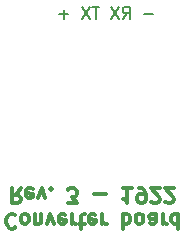
<source format=gbo>
G04 #@! TF.GenerationSoftware,KiCad,Pcbnew,(5.1.0)-1*
G04 #@! TF.CreationDate,2019-05-30T16:28:13+02:00*
G04 #@! TF.ProjectId,converterboard,636f6e76-6572-4746-9572-626f6172642e,rev?*
G04 #@! TF.SameCoordinates,Original*
G04 #@! TF.FileFunction,Legend,Bot*
G04 #@! TF.FilePolarity,Positive*
%FSLAX46Y46*%
G04 Gerber Fmt 4.6, Leading zero omitted, Abs format (unit mm)*
G04 Created by KiCad (PCBNEW (5.1.0)-1) date 2019-05-30 16:28:13*
%MOMM*%
%LPD*%
G04 APERTURE LIST*
%ADD10C,0.300000*%
%ADD11C,0.200000*%
G04 APERTURE END LIST*
D10*
X165052380Y-119841071D02*
X164992857Y-119781547D01*
X164814285Y-119722023D01*
X164695238Y-119722023D01*
X164516666Y-119781547D01*
X164397619Y-119900595D01*
X164338095Y-120019642D01*
X164278571Y-120257738D01*
X164278571Y-120436309D01*
X164338095Y-120674404D01*
X164397619Y-120793452D01*
X164516666Y-120912500D01*
X164695238Y-120972023D01*
X164814285Y-120972023D01*
X164992857Y-120912500D01*
X165052380Y-120852976D01*
X165766666Y-119722023D02*
X165647619Y-119781547D01*
X165588095Y-119841071D01*
X165528571Y-119960119D01*
X165528571Y-120317261D01*
X165588095Y-120436309D01*
X165647619Y-120495833D01*
X165766666Y-120555357D01*
X165945238Y-120555357D01*
X166064285Y-120495833D01*
X166123809Y-120436309D01*
X166183333Y-120317261D01*
X166183333Y-119960119D01*
X166123809Y-119841071D01*
X166064285Y-119781547D01*
X165945238Y-119722023D01*
X165766666Y-119722023D01*
X166719047Y-120555357D02*
X166719047Y-119722023D01*
X166719047Y-120436309D02*
X166778571Y-120495833D01*
X166897619Y-120555357D01*
X167076190Y-120555357D01*
X167195238Y-120495833D01*
X167254761Y-120376785D01*
X167254761Y-119722023D01*
X167730952Y-120555357D02*
X168028571Y-119722023D01*
X168326190Y-120555357D01*
X169278571Y-119781547D02*
X169159523Y-119722023D01*
X168921428Y-119722023D01*
X168802380Y-119781547D01*
X168742857Y-119900595D01*
X168742857Y-120376785D01*
X168802380Y-120495833D01*
X168921428Y-120555357D01*
X169159523Y-120555357D01*
X169278571Y-120495833D01*
X169338095Y-120376785D01*
X169338095Y-120257738D01*
X168742857Y-120138690D01*
X169873809Y-119722023D02*
X169873809Y-120555357D01*
X169873809Y-120317261D02*
X169933333Y-120436309D01*
X169992857Y-120495833D01*
X170111904Y-120555357D01*
X170230952Y-120555357D01*
X170469047Y-120555357D02*
X170945238Y-120555357D01*
X170647619Y-120972023D02*
X170647619Y-119900595D01*
X170707142Y-119781547D01*
X170826190Y-119722023D01*
X170945238Y-119722023D01*
X171838095Y-119781547D02*
X171719047Y-119722023D01*
X171480952Y-119722023D01*
X171361904Y-119781547D01*
X171302380Y-119900595D01*
X171302380Y-120376785D01*
X171361904Y-120495833D01*
X171480952Y-120555357D01*
X171719047Y-120555357D01*
X171838095Y-120495833D01*
X171897619Y-120376785D01*
X171897619Y-120257738D01*
X171302380Y-120138690D01*
X172433333Y-119722023D02*
X172433333Y-120555357D01*
X172433333Y-120317261D02*
X172492857Y-120436309D01*
X172552380Y-120495833D01*
X172671428Y-120555357D01*
X172790476Y-120555357D01*
X174159523Y-119722023D02*
X174159523Y-120972023D01*
X174159523Y-120495833D02*
X174278571Y-120555357D01*
X174516666Y-120555357D01*
X174635714Y-120495833D01*
X174695238Y-120436309D01*
X174754761Y-120317261D01*
X174754761Y-119960119D01*
X174695238Y-119841071D01*
X174635714Y-119781547D01*
X174516666Y-119722023D01*
X174278571Y-119722023D01*
X174159523Y-119781547D01*
X175469047Y-119722023D02*
X175350000Y-119781547D01*
X175290476Y-119841071D01*
X175230952Y-119960119D01*
X175230952Y-120317261D01*
X175290476Y-120436309D01*
X175350000Y-120495833D01*
X175469047Y-120555357D01*
X175647619Y-120555357D01*
X175766666Y-120495833D01*
X175826190Y-120436309D01*
X175885714Y-120317261D01*
X175885714Y-119960119D01*
X175826190Y-119841071D01*
X175766666Y-119781547D01*
X175647619Y-119722023D01*
X175469047Y-119722023D01*
X176957142Y-119722023D02*
X176957142Y-120376785D01*
X176897619Y-120495833D01*
X176778571Y-120555357D01*
X176540476Y-120555357D01*
X176421428Y-120495833D01*
X176957142Y-119781547D02*
X176838095Y-119722023D01*
X176540476Y-119722023D01*
X176421428Y-119781547D01*
X176361904Y-119900595D01*
X176361904Y-120019642D01*
X176421428Y-120138690D01*
X176540476Y-120198214D01*
X176838095Y-120198214D01*
X176957142Y-120257738D01*
X177552380Y-119722023D02*
X177552380Y-120555357D01*
X177552380Y-120317261D02*
X177611904Y-120436309D01*
X177671428Y-120495833D01*
X177790476Y-120555357D01*
X177909523Y-120555357D01*
X178861904Y-119722023D02*
X178861904Y-120972023D01*
X178861904Y-119781547D02*
X178742857Y-119722023D01*
X178504761Y-119722023D01*
X178385714Y-119781547D01*
X178326190Y-119841071D01*
X178266666Y-119960119D01*
X178266666Y-120317261D01*
X178326190Y-120436309D01*
X178385714Y-120495833D01*
X178504761Y-120555357D01*
X178742857Y-120555357D01*
X178861904Y-120495833D01*
X165498809Y-117547023D02*
X165082142Y-118142261D01*
X164784523Y-117547023D02*
X164784523Y-118797023D01*
X165260714Y-118797023D01*
X165379761Y-118737500D01*
X165439285Y-118677976D01*
X165498809Y-118558928D01*
X165498809Y-118380357D01*
X165439285Y-118261309D01*
X165379761Y-118201785D01*
X165260714Y-118142261D01*
X164784523Y-118142261D01*
X166510714Y-117606547D02*
X166391666Y-117547023D01*
X166153571Y-117547023D01*
X166034523Y-117606547D01*
X165975000Y-117725595D01*
X165975000Y-118201785D01*
X166034523Y-118320833D01*
X166153571Y-118380357D01*
X166391666Y-118380357D01*
X166510714Y-118320833D01*
X166570238Y-118201785D01*
X166570238Y-118082738D01*
X165975000Y-117963690D01*
X166986904Y-118380357D02*
X167284523Y-117547023D01*
X167582142Y-118380357D01*
X168058333Y-117666071D02*
X168117857Y-117606547D01*
X168058333Y-117547023D01*
X167998809Y-117606547D01*
X168058333Y-117666071D01*
X168058333Y-117547023D01*
X169486904Y-118797023D02*
X170260714Y-118797023D01*
X169844047Y-118320833D01*
X170022619Y-118320833D01*
X170141666Y-118261309D01*
X170201190Y-118201785D01*
X170260714Y-118082738D01*
X170260714Y-117785119D01*
X170201190Y-117666071D01*
X170141666Y-117606547D01*
X170022619Y-117547023D01*
X169665476Y-117547023D01*
X169546428Y-117606547D01*
X169486904Y-117666071D01*
X171748809Y-118023214D02*
X172701190Y-118023214D01*
X174903571Y-117547023D02*
X174189285Y-117547023D01*
X174546428Y-117547023D02*
X174546428Y-118797023D01*
X174427380Y-118618452D01*
X174308333Y-118499404D01*
X174189285Y-118439880D01*
X175498809Y-117547023D02*
X175736904Y-117547023D01*
X175855952Y-117606547D01*
X175915476Y-117666071D01*
X176034523Y-117844642D01*
X176094047Y-118082738D01*
X176094047Y-118558928D01*
X176034523Y-118677976D01*
X175974999Y-118737500D01*
X175855952Y-118797023D01*
X175617857Y-118797023D01*
X175498809Y-118737500D01*
X175439285Y-118677976D01*
X175379761Y-118558928D01*
X175379761Y-118261309D01*
X175439285Y-118142261D01*
X175498809Y-118082738D01*
X175617857Y-118023214D01*
X175855952Y-118023214D01*
X175974999Y-118082738D01*
X176034523Y-118142261D01*
X176094047Y-118261309D01*
X176570238Y-118677976D02*
X176629761Y-118737500D01*
X176748809Y-118797023D01*
X177046428Y-118797023D01*
X177165476Y-118737500D01*
X177224999Y-118677976D01*
X177284523Y-118558928D01*
X177284523Y-118439880D01*
X177224999Y-118261309D01*
X176510714Y-117547023D01*
X177284523Y-117547023D01*
X177760714Y-118677976D02*
X177820238Y-118737500D01*
X177939285Y-118797023D01*
X178236904Y-118797023D01*
X178355952Y-118737500D01*
X178415476Y-118677976D01*
X178474999Y-118558928D01*
X178474999Y-118439880D01*
X178415476Y-118261309D01*
X177701190Y-117547023D01*
X178474999Y-117547023D01*
D11*
X176726190Y-102821428D02*
X175964285Y-102821428D01*
X174154761Y-103202380D02*
X174488095Y-102726190D01*
X174726190Y-103202380D02*
X174726190Y-102202380D01*
X174345238Y-102202380D01*
X174250000Y-102250000D01*
X174202380Y-102297619D01*
X174154761Y-102392857D01*
X174154761Y-102535714D01*
X174202380Y-102630952D01*
X174250000Y-102678571D01*
X174345238Y-102726190D01*
X174726190Y-102726190D01*
X173821428Y-102202380D02*
X173154761Y-103202380D01*
X173154761Y-102202380D02*
X173821428Y-103202380D01*
X172154761Y-102202380D02*
X171583333Y-102202380D01*
X171869047Y-103202380D02*
X171869047Y-102202380D01*
X171345238Y-102202380D02*
X170678571Y-103202380D01*
X170678571Y-102202380D02*
X171345238Y-103202380D01*
X169535714Y-102821428D02*
X168773809Y-102821428D01*
X169154761Y-103202380D02*
X169154761Y-102440476D01*
M02*

</source>
